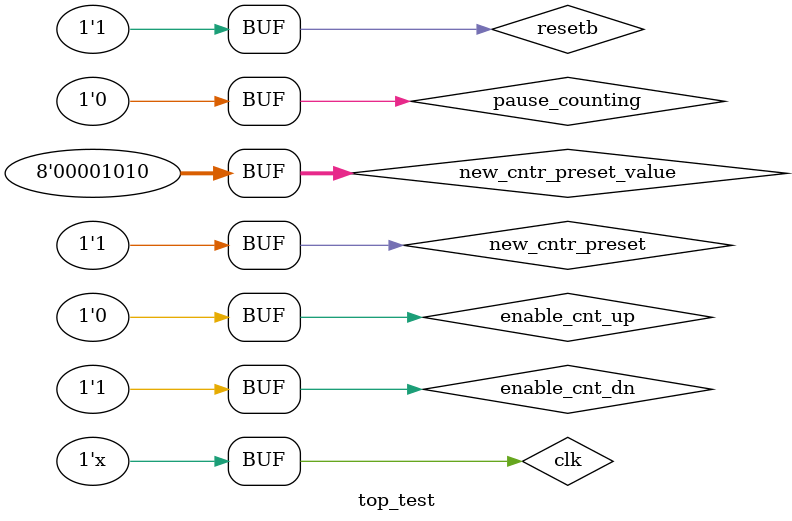
<source format=v>
`timescale      1ns/1ns
/*
module verset_updown_counter #(parameter PRESET_VALUE = 200)
		(clk,					// input clock
		resetb,					// input reset bottom
		new_cntr_preset,		// input preset signal
		new_cntr_preset_value,	// input preset value
		enable_cnt_up,			// input counting up signal
		enable_cnt_dn,			// input counting down signal
		pause_counting,			// input pause counting signal
		ctr_expired				// output counting expired signal
		);
*/

module top_test();
reg clk;
reg resetb;
reg new_cntr_preset;
reg [7:0] new_cntr_preset_value;
reg enable_cnt_dn;
reg enable_cnt_up;
reg pause_counting;
wire ctr_expired;
wire ctr_expired2;

initial
begin
	clk = 0;
	resetb = 1;
	new_cntr_preset = 0;
	new_cntr_preset_value = 8'd0;
	enable_cnt_dn = 0;
	enable_cnt_up = 0;
	pause_counting = 0;
	#5 resetb = 0;
	#5 resetb = 1;
	#10 new_cntr_preset_value = 8'd10;
	new_cntr_preset = 1;
	#5 enable_cnt_up = 1;
	#20 pause_counting = 1;
	#30 pause_counting = 0;
	#50 enable_cnt_up = 0;
	enable_cnt_dn = 1;
	#20 pause_counting = 1;
	#30 pause_counting = 0;
end

always #1 clk = ~clk;

verset_updown_counter1 test_u(
					.clk(clk),
					.resetb(resetb),
					.new_cntr_preset(new_cntr_preset),
					.new_cntr_preset_value(new_cntr_preset_value),
					.enable_cnt_up(enable_cnt_up),
					.enable_cnt_dn(enable_cnt_dn),
					.pause_counting(pause_counting),
					.ctr_expired(ctr_expired));

verset_updown_counter2 test_u2(
					.clk(clk),
					.resetb(resetb),
					.new_cntr_preset(new_cntr_preset),
					.new_cntr_preset_value(new_cntr_preset_value),
					.enable_cnt_up(enable_cnt_up),
					.enable_cnt_dn(enable_cnt_dn),
					.pause_counting(pause_counting),
					.ctr_expired(ctr_expired2));
endmodule
</source>
